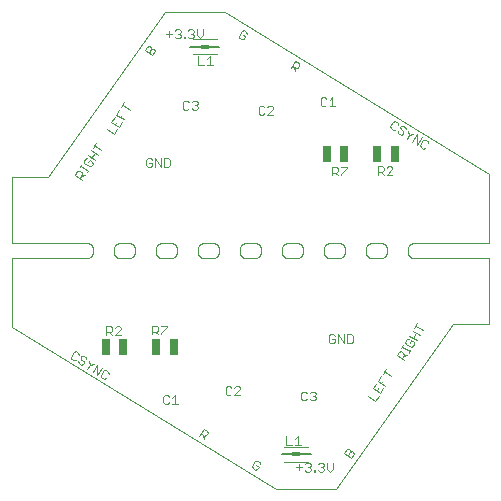
<source format=gto>
G75*
%MOIN*%
%OFA0B0*%
%FSLAX25Y25*%
%IPPOS*%
%LPD*%
%AMOC8*
5,1,8,0,0,1.08239X$1,22.5*
%
%ADD10C,0.00000*%
%ADD11C,0.00300*%
%ADD12R,0.02559X0.05512*%
%ADD13C,0.00500*%
%ADD14C,0.00276*%
%ADD15R,0.02756X0.01181*%
D10*
X0003000Y0056500D02*
X0003000Y0079500D01*
X0028000Y0079500D01*
X0028087Y0079502D01*
X0028174Y0079508D01*
X0028261Y0079517D01*
X0028347Y0079530D01*
X0028433Y0079547D01*
X0028518Y0079568D01*
X0028601Y0079593D01*
X0028684Y0079621D01*
X0028765Y0079652D01*
X0028845Y0079687D01*
X0028923Y0079726D01*
X0029000Y0079768D01*
X0029075Y0079813D01*
X0029147Y0079862D01*
X0029218Y0079913D01*
X0029286Y0079968D01*
X0029351Y0080025D01*
X0029414Y0080086D01*
X0029475Y0080149D01*
X0029532Y0080214D01*
X0029587Y0080282D01*
X0029638Y0080353D01*
X0029687Y0080425D01*
X0029732Y0080500D01*
X0029774Y0080577D01*
X0029813Y0080655D01*
X0029848Y0080735D01*
X0029879Y0080816D01*
X0029907Y0080899D01*
X0029932Y0080982D01*
X0029953Y0081067D01*
X0029970Y0081153D01*
X0029983Y0081239D01*
X0029992Y0081326D01*
X0029998Y0081413D01*
X0030000Y0081500D01*
X0030000Y0082500D01*
X0029998Y0082587D01*
X0029992Y0082674D01*
X0029983Y0082761D01*
X0029970Y0082847D01*
X0029953Y0082933D01*
X0029932Y0083018D01*
X0029907Y0083101D01*
X0029879Y0083184D01*
X0029848Y0083265D01*
X0029813Y0083345D01*
X0029774Y0083423D01*
X0029732Y0083500D01*
X0029687Y0083575D01*
X0029638Y0083647D01*
X0029587Y0083718D01*
X0029532Y0083786D01*
X0029475Y0083851D01*
X0029414Y0083914D01*
X0029351Y0083975D01*
X0029286Y0084032D01*
X0029218Y0084087D01*
X0029147Y0084138D01*
X0029075Y0084187D01*
X0029000Y0084232D01*
X0028923Y0084274D01*
X0028845Y0084313D01*
X0028765Y0084348D01*
X0028684Y0084379D01*
X0028601Y0084407D01*
X0028518Y0084432D01*
X0028433Y0084453D01*
X0028347Y0084470D01*
X0028261Y0084483D01*
X0028174Y0084492D01*
X0028087Y0084498D01*
X0028000Y0084500D01*
X0003000Y0084500D01*
X0003000Y0106500D01*
X0015000Y0106500D01*
X0054000Y0161500D01*
X0074000Y0161500D01*
X0162000Y0107500D01*
X0162000Y0084500D01*
X0137000Y0084500D01*
X0136913Y0084498D01*
X0136826Y0084492D01*
X0136739Y0084483D01*
X0136653Y0084470D01*
X0136567Y0084453D01*
X0136482Y0084432D01*
X0136399Y0084407D01*
X0136316Y0084379D01*
X0136235Y0084348D01*
X0136155Y0084313D01*
X0136077Y0084274D01*
X0136000Y0084232D01*
X0135925Y0084187D01*
X0135853Y0084138D01*
X0135782Y0084087D01*
X0135714Y0084032D01*
X0135649Y0083975D01*
X0135586Y0083914D01*
X0135525Y0083851D01*
X0135468Y0083786D01*
X0135413Y0083718D01*
X0135362Y0083647D01*
X0135313Y0083575D01*
X0135268Y0083500D01*
X0135226Y0083423D01*
X0135187Y0083345D01*
X0135152Y0083265D01*
X0135121Y0083184D01*
X0135093Y0083101D01*
X0135068Y0083018D01*
X0135047Y0082933D01*
X0135030Y0082847D01*
X0135017Y0082761D01*
X0135008Y0082674D01*
X0135002Y0082587D01*
X0135000Y0082500D01*
X0135000Y0081500D01*
X0135002Y0081413D01*
X0135008Y0081326D01*
X0135017Y0081239D01*
X0135030Y0081153D01*
X0135047Y0081067D01*
X0135068Y0080982D01*
X0135093Y0080899D01*
X0135121Y0080816D01*
X0135152Y0080735D01*
X0135187Y0080655D01*
X0135226Y0080577D01*
X0135268Y0080500D01*
X0135313Y0080425D01*
X0135362Y0080353D01*
X0135413Y0080282D01*
X0135468Y0080214D01*
X0135525Y0080149D01*
X0135586Y0080086D01*
X0135649Y0080025D01*
X0135714Y0079968D01*
X0135782Y0079913D01*
X0135853Y0079862D01*
X0135925Y0079813D01*
X0136000Y0079768D01*
X0136077Y0079726D01*
X0136155Y0079687D01*
X0136235Y0079652D01*
X0136316Y0079621D01*
X0136399Y0079593D01*
X0136482Y0079568D01*
X0136567Y0079547D01*
X0136653Y0079530D01*
X0136739Y0079517D01*
X0136826Y0079508D01*
X0136913Y0079502D01*
X0137000Y0079500D01*
X0162000Y0079500D01*
X0162000Y0057500D01*
X0150000Y0057500D01*
X0111000Y0002500D01*
X0091000Y0002500D01*
X0003000Y0056500D01*
X0037000Y0081500D02*
X0037000Y0082500D01*
X0037002Y0082587D01*
X0037008Y0082674D01*
X0037017Y0082761D01*
X0037030Y0082847D01*
X0037047Y0082933D01*
X0037068Y0083018D01*
X0037093Y0083101D01*
X0037121Y0083184D01*
X0037152Y0083265D01*
X0037187Y0083345D01*
X0037226Y0083423D01*
X0037268Y0083500D01*
X0037313Y0083575D01*
X0037362Y0083647D01*
X0037413Y0083718D01*
X0037468Y0083786D01*
X0037525Y0083851D01*
X0037586Y0083914D01*
X0037649Y0083975D01*
X0037714Y0084032D01*
X0037782Y0084087D01*
X0037853Y0084138D01*
X0037925Y0084187D01*
X0038000Y0084232D01*
X0038077Y0084274D01*
X0038155Y0084313D01*
X0038235Y0084348D01*
X0038316Y0084379D01*
X0038399Y0084407D01*
X0038482Y0084432D01*
X0038567Y0084453D01*
X0038653Y0084470D01*
X0038739Y0084483D01*
X0038826Y0084492D01*
X0038913Y0084498D01*
X0039000Y0084500D01*
X0042000Y0084500D01*
X0042087Y0084498D01*
X0042174Y0084492D01*
X0042261Y0084483D01*
X0042347Y0084470D01*
X0042433Y0084453D01*
X0042518Y0084432D01*
X0042601Y0084407D01*
X0042684Y0084379D01*
X0042765Y0084348D01*
X0042845Y0084313D01*
X0042923Y0084274D01*
X0043000Y0084232D01*
X0043075Y0084187D01*
X0043147Y0084138D01*
X0043218Y0084087D01*
X0043286Y0084032D01*
X0043351Y0083975D01*
X0043414Y0083914D01*
X0043475Y0083851D01*
X0043532Y0083786D01*
X0043587Y0083718D01*
X0043638Y0083647D01*
X0043687Y0083575D01*
X0043732Y0083500D01*
X0043774Y0083423D01*
X0043813Y0083345D01*
X0043848Y0083265D01*
X0043879Y0083184D01*
X0043907Y0083101D01*
X0043932Y0083018D01*
X0043953Y0082933D01*
X0043970Y0082847D01*
X0043983Y0082761D01*
X0043992Y0082674D01*
X0043998Y0082587D01*
X0044000Y0082500D01*
X0044000Y0081500D01*
X0043998Y0081413D01*
X0043992Y0081326D01*
X0043983Y0081239D01*
X0043970Y0081153D01*
X0043953Y0081067D01*
X0043932Y0080982D01*
X0043907Y0080899D01*
X0043879Y0080816D01*
X0043848Y0080735D01*
X0043813Y0080655D01*
X0043774Y0080577D01*
X0043732Y0080500D01*
X0043687Y0080425D01*
X0043638Y0080353D01*
X0043587Y0080282D01*
X0043532Y0080214D01*
X0043475Y0080149D01*
X0043414Y0080086D01*
X0043351Y0080025D01*
X0043286Y0079968D01*
X0043218Y0079913D01*
X0043147Y0079862D01*
X0043075Y0079813D01*
X0043000Y0079768D01*
X0042923Y0079726D01*
X0042845Y0079687D01*
X0042765Y0079652D01*
X0042684Y0079621D01*
X0042601Y0079593D01*
X0042518Y0079568D01*
X0042433Y0079547D01*
X0042347Y0079530D01*
X0042261Y0079517D01*
X0042174Y0079508D01*
X0042087Y0079502D01*
X0042000Y0079500D01*
X0039000Y0079500D01*
X0038913Y0079502D01*
X0038826Y0079508D01*
X0038739Y0079517D01*
X0038653Y0079530D01*
X0038567Y0079547D01*
X0038482Y0079568D01*
X0038399Y0079593D01*
X0038316Y0079621D01*
X0038235Y0079652D01*
X0038155Y0079687D01*
X0038077Y0079726D01*
X0038000Y0079768D01*
X0037925Y0079813D01*
X0037853Y0079862D01*
X0037782Y0079913D01*
X0037714Y0079968D01*
X0037649Y0080025D01*
X0037586Y0080086D01*
X0037525Y0080149D01*
X0037468Y0080214D01*
X0037413Y0080282D01*
X0037362Y0080353D01*
X0037313Y0080425D01*
X0037268Y0080500D01*
X0037226Y0080577D01*
X0037187Y0080655D01*
X0037152Y0080735D01*
X0037121Y0080816D01*
X0037093Y0080899D01*
X0037068Y0080982D01*
X0037047Y0081067D01*
X0037030Y0081153D01*
X0037017Y0081239D01*
X0037008Y0081326D01*
X0037002Y0081413D01*
X0037000Y0081500D01*
X0051000Y0081500D02*
X0051000Y0082500D01*
X0051002Y0082587D01*
X0051008Y0082674D01*
X0051017Y0082761D01*
X0051030Y0082847D01*
X0051047Y0082933D01*
X0051068Y0083018D01*
X0051093Y0083101D01*
X0051121Y0083184D01*
X0051152Y0083265D01*
X0051187Y0083345D01*
X0051226Y0083423D01*
X0051268Y0083500D01*
X0051313Y0083575D01*
X0051362Y0083647D01*
X0051413Y0083718D01*
X0051468Y0083786D01*
X0051525Y0083851D01*
X0051586Y0083914D01*
X0051649Y0083975D01*
X0051714Y0084032D01*
X0051782Y0084087D01*
X0051853Y0084138D01*
X0051925Y0084187D01*
X0052000Y0084232D01*
X0052077Y0084274D01*
X0052155Y0084313D01*
X0052235Y0084348D01*
X0052316Y0084379D01*
X0052399Y0084407D01*
X0052482Y0084432D01*
X0052567Y0084453D01*
X0052653Y0084470D01*
X0052739Y0084483D01*
X0052826Y0084492D01*
X0052913Y0084498D01*
X0053000Y0084500D01*
X0056000Y0084500D01*
X0056087Y0084498D01*
X0056174Y0084492D01*
X0056261Y0084483D01*
X0056347Y0084470D01*
X0056433Y0084453D01*
X0056518Y0084432D01*
X0056601Y0084407D01*
X0056684Y0084379D01*
X0056765Y0084348D01*
X0056845Y0084313D01*
X0056923Y0084274D01*
X0057000Y0084232D01*
X0057075Y0084187D01*
X0057147Y0084138D01*
X0057218Y0084087D01*
X0057286Y0084032D01*
X0057351Y0083975D01*
X0057414Y0083914D01*
X0057475Y0083851D01*
X0057532Y0083786D01*
X0057587Y0083718D01*
X0057638Y0083647D01*
X0057687Y0083575D01*
X0057732Y0083500D01*
X0057774Y0083423D01*
X0057813Y0083345D01*
X0057848Y0083265D01*
X0057879Y0083184D01*
X0057907Y0083101D01*
X0057932Y0083018D01*
X0057953Y0082933D01*
X0057970Y0082847D01*
X0057983Y0082761D01*
X0057992Y0082674D01*
X0057998Y0082587D01*
X0058000Y0082500D01*
X0058000Y0081500D01*
X0057998Y0081413D01*
X0057992Y0081326D01*
X0057983Y0081239D01*
X0057970Y0081153D01*
X0057953Y0081067D01*
X0057932Y0080982D01*
X0057907Y0080899D01*
X0057879Y0080816D01*
X0057848Y0080735D01*
X0057813Y0080655D01*
X0057774Y0080577D01*
X0057732Y0080500D01*
X0057687Y0080425D01*
X0057638Y0080353D01*
X0057587Y0080282D01*
X0057532Y0080214D01*
X0057475Y0080149D01*
X0057414Y0080086D01*
X0057351Y0080025D01*
X0057286Y0079968D01*
X0057218Y0079913D01*
X0057147Y0079862D01*
X0057075Y0079813D01*
X0057000Y0079768D01*
X0056923Y0079726D01*
X0056845Y0079687D01*
X0056765Y0079652D01*
X0056684Y0079621D01*
X0056601Y0079593D01*
X0056518Y0079568D01*
X0056433Y0079547D01*
X0056347Y0079530D01*
X0056261Y0079517D01*
X0056174Y0079508D01*
X0056087Y0079502D01*
X0056000Y0079500D01*
X0053000Y0079500D01*
X0052913Y0079502D01*
X0052826Y0079508D01*
X0052739Y0079517D01*
X0052653Y0079530D01*
X0052567Y0079547D01*
X0052482Y0079568D01*
X0052399Y0079593D01*
X0052316Y0079621D01*
X0052235Y0079652D01*
X0052155Y0079687D01*
X0052077Y0079726D01*
X0052000Y0079768D01*
X0051925Y0079813D01*
X0051853Y0079862D01*
X0051782Y0079913D01*
X0051714Y0079968D01*
X0051649Y0080025D01*
X0051586Y0080086D01*
X0051525Y0080149D01*
X0051468Y0080214D01*
X0051413Y0080282D01*
X0051362Y0080353D01*
X0051313Y0080425D01*
X0051268Y0080500D01*
X0051226Y0080577D01*
X0051187Y0080655D01*
X0051152Y0080735D01*
X0051121Y0080816D01*
X0051093Y0080899D01*
X0051068Y0080982D01*
X0051047Y0081067D01*
X0051030Y0081153D01*
X0051017Y0081239D01*
X0051008Y0081326D01*
X0051002Y0081413D01*
X0051000Y0081500D01*
X0065000Y0081500D02*
X0065000Y0082500D01*
X0065002Y0082587D01*
X0065008Y0082674D01*
X0065017Y0082761D01*
X0065030Y0082847D01*
X0065047Y0082933D01*
X0065068Y0083018D01*
X0065093Y0083101D01*
X0065121Y0083184D01*
X0065152Y0083265D01*
X0065187Y0083345D01*
X0065226Y0083423D01*
X0065268Y0083500D01*
X0065313Y0083575D01*
X0065362Y0083647D01*
X0065413Y0083718D01*
X0065468Y0083786D01*
X0065525Y0083851D01*
X0065586Y0083914D01*
X0065649Y0083975D01*
X0065714Y0084032D01*
X0065782Y0084087D01*
X0065853Y0084138D01*
X0065925Y0084187D01*
X0066000Y0084232D01*
X0066077Y0084274D01*
X0066155Y0084313D01*
X0066235Y0084348D01*
X0066316Y0084379D01*
X0066399Y0084407D01*
X0066482Y0084432D01*
X0066567Y0084453D01*
X0066653Y0084470D01*
X0066739Y0084483D01*
X0066826Y0084492D01*
X0066913Y0084498D01*
X0067000Y0084500D01*
X0070000Y0084500D01*
X0070087Y0084498D01*
X0070174Y0084492D01*
X0070261Y0084483D01*
X0070347Y0084470D01*
X0070433Y0084453D01*
X0070518Y0084432D01*
X0070601Y0084407D01*
X0070684Y0084379D01*
X0070765Y0084348D01*
X0070845Y0084313D01*
X0070923Y0084274D01*
X0071000Y0084232D01*
X0071075Y0084187D01*
X0071147Y0084138D01*
X0071218Y0084087D01*
X0071286Y0084032D01*
X0071351Y0083975D01*
X0071414Y0083914D01*
X0071475Y0083851D01*
X0071532Y0083786D01*
X0071587Y0083718D01*
X0071638Y0083647D01*
X0071687Y0083575D01*
X0071732Y0083500D01*
X0071774Y0083423D01*
X0071813Y0083345D01*
X0071848Y0083265D01*
X0071879Y0083184D01*
X0071907Y0083101D01*
X0071932Y0083018D01*
X0071953Y0082933D01*
X0071970Y0082847D01*
X0071983Y0082761D01*
X0071992Y0082674D01*
X0071998Y0082587D01*
X0072000Y0082500D01*
X0072000Y0081500D01*
X0071998Y0081413D01*
X0071992Y0081326D01*
X0071983Y0081239D01*
X0071970Y0081153D01*
X0071953Y0081067D01*
X0071932Y0080982D01*
X0071907Y0080899D01*
X0071879Y0080816D01*
X0071848Y0080735D01*
X0071813Y0080655D01*
X0071774Y0080577D01*
X0071732Y0080500D01*
X0071687Y0080425D01*
X0071638Y0080353D01*
X0071587Y0080282D01*
X0071532Y0080214D01*
X0071475Y0080149D01*
X0071414Y0080086D01*
X0071351Y0080025D01*
X0071286Y0079968D01*
X0071218Y0079913D01*
X0071147Y0079862D01*
X0071075Y0079813D01*
X0071000Y0079768D01*
X0070923Y0079726D01*
X0070845Y0079687D01*
X0070765Y0079652D01*
X0070684Y0079621D01*
X0070601Y0079593D01*
X0070518Y0079568D01*
X0070433Y0079547D01*
X0070347Y0079530D01*
X0070261Y0079517D01*
X0070174Y0079508D01*
X0070087Y0079502D01*
X0070000Y0079500D01*
X0067000Y0079500D01*
X0066913Y0079502D01*
X0066826Y0079508D01*
X0066739Y0079517D01*
X0066653Y0079530D01*
X0066567Y0079547D01*
X0066482Y0079568D01*
X0066399Y0079593D01*
X0066316Y0079621D01*
X0066235Y0079652D01*
X0066155Y0079687D01*
X0066077Y0079726D01*
X0066000Y0079768D01*
X0065925Y0079813D01*
X0065853Y0079862D01*
X0065782Y0079913D01*
X0065714Y0079968D01*
X0065649Y0080025D01*
X0065586Y0080086D01*
X0065525Y0080149D01*
X0065468Y0080214D01*
X0065413Y0080282D01*
X0065362Y0080353D01*
X0065313Y0080425D01*
X0065268Y0080500D01*
X0065226Y0080577D01*
X0065187Y0080655D01*
X0065152Y0080735D01*
X0065121Y0080816D01*
X0065093Y0080899D01*
X0065068Y0080982D01*
X0065047Y0081067D01*
X0065030Y0081153D01*
X0065017Y0081239D01*
X0065008Y0081326D01*
X0065002Y0081413D01*
X0065000Y0081500D01*
X0079000Y0081500D02*
X0079000Y0082500D01*
X0079002Y0082587D01*
X0079008Y0082674D01*
X0079017Y0082761D01*
X0079030Y0082847D01*
X0079047Y0082933D01*
X0079068Y0083018D01*
X0079093Y0083101D01*
X0079121Y0083184D01*
X0079152Y0083265D01*
X0079187Y0083345D01*
X0079226Y0083423D01*
X0079268Y0083500D01*
X0079313Y0083575D01*
X0079362Y0083647D01*
X0079413Y0083718D01*
X0079468Y0083786D01*
X0079525Y0083851D01*
X0079586Y0083914D01*
X0079649Y0083975D01*
X0079714Y0084032D01*
X0079782Y0084087D01*
X0079853Y0084138D01*
X0079925Y0084187D01*
X0080000Y0084232D01*
X0080077Y0084274D01*
X0080155Y0084313D01*
X0080235Y0084348D01*
X0080316Y0084379D01*
X0080399Y0084407D01*
X0080482Y0084432D01*
X0080567Y0084453D01*
X0080653Y0084470D01*
X0080739Y0084483D01*
X0080826Y0084492D01*
X0080913Y0084498D01*
X0081000Y0084500D01*
X0084000Y0084500D01*
X0084087Y0084498D01*
X0084174Y0084492D01*
X0084261Y0084483D01*
X0084347Y0084470D01*
X0084433Y0084453D01*
X0084518Y0084432D01*
X0084601Y0084407D01*
X0084684Y0084379D01*
X0084765Y0084348D01*
X0084845Y0084313D01*
X0084923Y0084274D01*
X0085000Y0084232D01*
X0085075Y0084187D01*
X0085147Y0084138D01*
X0085218Y0084087D01*
X0085286Y0084032D01*
X0085351Y0083975D01*
X0085414Y0083914D01*
X0085475Y0083851D01*
X0085532Y0083786D01*
X0085587Y0083718D01*
X0085638Y0083647D01*
X0085687Y0083575D01*
X0085732Y0083500D01*
X0085774Y0083423D01*
X0085813Y0083345D01*
X0085848Y0083265D01*
X0085879Y0083184D01*
X0085907Y0083101D01*
X0085932Y0083018D01*
X0085953Y0082933D01*
X0085970Y0082847D01*
X0085983Y0082761D01*
X0085992Y0082674D01*
X0085998Y0082587D01*
X0086000Y0082500D01*
X0086000Y0081500D01*
X0085998Y0081413D01*
X0085992Y0081326D01*
X0085983Y0081239D01*
X0085970Y0081153D01*
X0085953Y0081067D01*
X0085932Y0080982D01*
X0085907Y0080899D01*
X0085879Y0080816D01*
X0085848Y0080735D01*
X0085813Y0080655D01*
X0085774Y0080577D01*
X0085732Y0080500D01*
X0085687Y0080425D01*
X0085638Y0080353D01*
X0085587Y0080282D01*
X0085532Y0080214D01*
X0085475Y0080149D01*
X0085414Y0080086D01*
X0085351Y0080025D01*
X0085286Y0079968D01*
X0085218Y0079913D01*
X0085147Y0079862D01*
X0085075Y0079813D01*
X0085000Y0079768D01*
X0084923Y0079726D01*
X0084845Y0079687D01*
X0084765Y0079652D01*
X0084684Y0079621D01*
X0084601Y0079593D01*
X0084518Y0079568D01*
X0084433Y0079547D01*
X0084347Y0079530D01*
X0084261Y0079517D01*
X0084174Y0079508D01*
X0084087Y0079502D01*
X0084000Y0079500D01*
X0081000Y0079500D01*
X0080913Y0079502D01*
X0080826Y0079508D01*
X0080739Y0079517D01*
X0080653Y0079530D01*
X0080567Y0079547D01*
X0080482Y0079568D01*
X0080399Y0079593D01*
X0080316Y0079621D01*
X0080235Y0079652D01*
X0080155Y0079687D01*
X0080077Y0079726D01*
X0080000Y0079768D01*
X0079925Y0079813D01*
X0079853Y0079862D01*
X0079782Y0079913D01*
X0079714Y0079968D01*
X0079649Y0080025D01*
X0079586Y0080086D01*
X0079525Y0080149D01*
X0079468Y0080214D01*
X0079413Y0080282D01*
X0079362Y0080353D01*
X0079313Y0080425D01*
X0079268Y0080500D01*
X0079226Y0080577D01*
X0079187Y0080655D01*
X0079152Y0080735D01*
X0079121Y0080816D01*
X0079093Y0080899D01*
X0079068Y0080982D01*
X0079047Y0081067D01*
X0079030Y0081153D01*
X0079017Y0081239D01*
X0079008Y0081326D01*
X0079002Y0081413D01*
X0079000Y0081500D01*
X0093000Y0081500D02*
X0093000Y0082500D01*
X0093002Y0082587D01*
X0093008Y0082674D01*
X0093017Y0082761D01*
X0093030Y0082847D01*
X0093047Y0082933D01*
X0093068Y0083018D01*
X0093093Y0083101D01*
X0093121Y0083184D01*
X0093152Y0083265D01*
X0093187Y0083345D01*
X0093226Y0083423D01*
X0093268Y0083500D01*
X0093313Y0083575D01*
X0093362Y0083647D01*
X0093413Y0083718D01*
X0093468Y0083786D01*
X0093525Y0083851D01*
X0093586Y0083914D01*
X0093649Y0083975D01*
X0093714Y0084032D01*
X0093782Y0084087D01*
X0093853Y0084138D01*
X0093925Y0084187D01*
X0094000Y0084232D01*
X0094077Y0084274D01*
X0094155Y0084313D01*
X0094235Y0084348D01*
X0094316Y0084379D01*
X0094399Y0084407D01*
X0094482Y0084432D01*
X0094567Y0084453D01*
X0094653Y0084470D01*
X0094739Y0084483D01*
X0094826Y0084492D01*
X0094913Y0084498D01*
X0095000Y0084500D01*
X0098000Y0084500D01*
X0098087Y0084498D01*
X0098174Y0084492D01*
X0098261Y0084483D01*
X0098347Y0084470D01*
X0098433Y0084453D01*
X0098518Y0084432D01*
X0098601Y0084407D01*
X0098684Y0084379D01*
X0098765Y0084348D01*
X0098845Y0084313D01*
X0098923Y0084274D01*
X0099000Y0084232D01*
X0099075Y0084187D01*
X0099147Y0084138D01*
X0099218Y0084087D01*
X0099286Y0084032D01*
X0099351Y0083975D01*
X0099414Y0083914D01*
X0099475Y0083851D01*
X0099532Y0083786D01*
X0099587Y0083718D01*
X0099638Y0083647D01*
X0099687Y0083575D01*
X0099732Y0083500D01*
X0099774Y0083423D01*
X0099813Y0083345D01*
X0099848Y0083265D01*
X0099879Y0083184D01*
X0099907Y0083101D01*
X0099932Y0083018D01*
X0099953Y0082933D01*
X0099970Y0082847D01*
X0099983Y0082761D01*
X0099992Y0082674D01*
X0099998Y0082587D01*
X0100000Y0082500D01*
X0100000Y0081500D01*
X0099998Y0081413D01*
X0099992Y0081326D01*
X0099983Y0081239D01*
X0099970Y0081153D01*
X0099953Y0081067D01*
X0099932Y0080982D01*
X0099907Y0080899D01*
X0099879Y0080816D01*
X0099848Y0080735D01*
X0099813Y0080655D01*
X0099774Y0080577D01*
X0099732Y0080500D01*
X0099687Y0080425D01*
X0099638Y0080353D01*
X0099587Y0080282D01*
X0099532Y0080214D01*
X0099475Y0080149D01*
X0099414Y0080086D01*
X0099351Y0080025D01*
X0099286Y0079968D01*
X0099218Y0079913D01*
X0099147Y0079862D01*
X0099075Y0079813D01*
X0099000Y0079768D01*
X0098923Y0079726D01*
X0098845Y0079687D01*
X0098765Y0079652D01*
X0098684Y0079621D01*
X0098601Y0079593D01*
X0098518Y0079568D01*
X0098433Y0079547D01*
X0098347Y0079530D01*
X0098261Y0079517D01*
X0098174Y0079508D01*
X0098087Y0079502D01*
X0098000Y0079500D01*
X0095000Y0079500D01*
X0094913Y0079502D01*
X0094826Y0079508D01*
X0094739Y0079517D01*
X0094653Y0079530D01*
X0094567Y0079547D01*
X0094482Y0079568D01*
X0094399Y0079593D01*
X0094316Y0079621D01*
X0094235Y0079652D01*
X0094155Y0079687D01*
X0094077Y0079726D01*
X0094000Y0079768D01*
X0093925Y0079813D01*
X0093853Y0079862D01*
X0093782Y0079913D01*
X0093714Y0079968D01*
X0093649Y0080025D01*
X0093586Y0080086D01*
X0093525Y0080149D01*
X0093468Y0080214D01*
X0093413Y0080282D01*
X0093362Y0080353D01*
X0093313Y0080425D01*
X0093268Y0080500D01*
X0093226Y0080577D01*
X0093187Y0080655D01*
X0093152Y0080735D01*
X0093121Y0080816D01*
X0093093Y0080899D01*
X0093068Y0080982D01*
X0093047Y0081067D01*
X0093030Y0081153D01*
X0093017Y0081239D01*
X0093008Y0081326D01*
X0093002Y0081413D01*
X0093000Y0081500D01*
X0107000Y0081500D02*
X0107000Y0082500D01*
X0107002Y0082587D01*
X0107008Y0082674D01*
X0107017Y0082761D01*
X0107030Y0082847D01*
X0107047Y0082933D01*
X0107068Y0083018D01*
X0107093Y0083101D01*
X0107121Y0083184D01*
X0107152Y0083265D01*
X0107187Y0083345D01*
X0107226Y0083423D01*
X0107268Y0083500D01*
X0107313Y0083575D01*
X0107362Y0083647D01*
X0107413Y0083718D01*
X0107468Y0083786D01*
X0107525Y0083851D01*
X0107586Y0083914D01*
X0107649Y0083975D01*
X0107714Y0084032D01*
X0107782Y0084087D01*
X0107853Y0084138D01*
X0107925Y0084187D01*
X0108000Y0084232D01*
X0108077Y0084274D01*
X0108155Y0084313D01*
X0108235Y0084348D01*
X0108316Y0084379D01*
X0108399Y0084407D01*
X0108482Y0084432D01*
X0108567Y0084453D01*
X0108653Y0084470D01*
X0108739Y0084483D01*
X0108826Y0084492D01*
X0108913Y0084498D01*
X0109000Y0084500D01*
X0112000Y0084500D01*
X0112087Y0084498D01*
X0112174Y0084492D01*
X0112261Y0084483D01*
X0112347Y0084470D01*
X0112433Y0084453D01*
X0112518Y0084432D01*
X0112601Y0084407D01*
X0112684Y0084379D01*
X0112765Y0084348D01*
X0112845Y0084313D01*
X0112923Y0084274D01*
X0113000Y0084232D01*
X0113075Y0084187D01*
X0113147Y0084138D01*
X0113218Y0084087D01*
X0113286Y0084032D01*
X0113351Y0083975D01*
X0113414Y0083914D01*
X0113475Y0083851D01*
X0113532Y0083786D01*
X0113587Y0083718D01*
X0113638Y0083647D01*
X0113687Y0083575D01*
X0113732Y0083500D01*
X0113774Y0083423D01*
X0113813Y0083345D01*
X0113848Y0083265D01*
X0113879Y0083184D01*
X0113907Y0083101D01*
X0113932Y0083018D01*
X0113953Y0082933D01*
X0113970Y0082847D01*
X0113983Y0082761D01*
X0113992Y0082674D01*
X0113998Y0082587D01*
X0114000Y0082500D01*
X0114000Y0081500D01*
X0113998Y0081413D01*
X0113992Y0081326D01*
X0113983Y0081239D01*
X0113970Y0081153D01*
X0113953Y0081067D01*
X0113932Y0080982D01*
X0113907Y0080899D01*
X0113879Y0080816D01*
X0113848Y0080735D01*
X0113813Y0080655D01*
X0113774Y0080577D01*
X0113732Y0080500D01*
X0113687Y0080425D01*
X0113638Y0080353D01*
X0113587Y0080282D01*
X0113532Y0080214D01*
X0113475Y0080149D01*
X0113414Y0080086D01*
X0113351Y0080025D01*
X0113286Y0079968D01*
X0113218Y0079913D01*
X0113147Y0079862D01*
X0113075Y0079813D01*
X0113000Y0079768D01*
X0112923Y0079726D01*
X0112845Y0079687D01*
X0112765Y0079652D01*
X0112684Y0079621D01*
X0112601Y0079593D01*
X0112518Y0079568D01*
X0112433Y0079547D01*
X0112347Y0079530D01*
X0112261Y0079517D01*
X0112174Y0079508D01*
X0112087Y0079502D01*
X0112000Y0079500D01*
X0109000Y0079500D01*
X0108913Y0079502D01*
X0108826Y0079508D01*
X0108739Y0079517D01*
X0108653Y0079530D01*
X0108567Y0079547D01*
X0108482Y0079568D01*
X0108399Y0079593D01*
X0108316Y0079621D01*
X0108235Y0079652D01*
X0108155Y0079687D01*
X0108077Y0079726D01*
X0108000Y0079768D01*
X0107925Y0079813D01*
X0107853Y0079862D01*
X0107782Y0079913D01*
X0107714Y0079968D01*
X0107649Y0080025D01*
X0107586Y0080086D01*
X0107525Y0080149D01*
X0107468Y0080214D01*
X0107413Y0080282D01*
X0107362Y0080353D01*
X0107313Y0080425D01*
X0107268Y0080500D01*
X0107226Y0080577D01*
X0107187Y0080655D01*
X0107152Y0080735D01*
X0107121Y0080816D01*
X0107093Y0080899D01*
X0107068Y0080982D01*
X0107047Y0081067D01*
X0107030Y0081153D01*
X0107017Y0081239D01*
X0107008Y0081326D01*
X0107002Y0081413D01*
X0107000Y0081500D01*
X0121000Y0081500D02*
X0121000Y0082500D01*
X0121002Y0082587D01*
X0121008Y0082674D01*
X0121017Y0082761D01*
X0121030Y0082847D01*
X0121047Y0082933D01*
X0121068Y0083018D01*
X0121093Y0083101D01*
X0121121Y0083184D01*
X0121152Y0083265D01*
X0121187Y0083345D01*
X0121226Y0083423D01*
X0121268Y0083500D01*
X0121313Y0083575D01*
X0121362Y0083647D01*
X0121413Y0083718D01*
X0121468Y0083786D01*
X0121525Y0083851D01*
X0121586Y0083914D01*
X0121649Y0083975D01*
X0121714Y0084032D01*
X0121782Y0084087D01*
X0121853Y0084138D01*
X0121925Y0084187D01*
X0122000Y0084232D01*
X0122077Y0084274D01*
X0122155Y0084313D01*
X0122235Y0084348D01*
X0122316Y0084379D01*
X0122399Y0084407D01*
X0122482Y0084432D01*
X0122567Y0084453D01*
X0122653Y0084470D01*
X0122739Y0084483D01*
X0122826Y0084492D01*
X0122913Y0084498D01*
X0123000Y0084500D01*
X0126000Y0084500D01*
X0126087Y0084498D01*
X0126174Y0084492D01*
X0126261Y0084483D01*
X0126347Y0084470D01*
X0126433Y0084453D01*
X0126518Y0084432D01*
X0126601Y0084407D01*
X0126684Y0084379D01*
X0126765Y0084348D01*
X0126845Y0084313D01*
X0126923Y0084274D01*
X0127000Y0084232D01*
X0127075Y0084187D01*
X0127147Y0084138D01*
X0127218Y0084087D01*
X0127286Y0084032D01*
X0127351Y0083975D01*
X0127414Y0083914D01*
X0127475Y0083851D01*
X0127532Y0083786D01*
X0127587Y0083718D01*
X0127638Y0083647D01*
X0127687Y0083575D01*
X0127732Y0083500D01*
X0127774Y0083423D01*
X0127813Y0083345D01*
X0127848Y0083265D01*
X0127879Y0083184D01*
X0127907Y0083101D01*
X0127932Y0083018D01*
X0127953Y0082933D01*
X0127970Y0082847D01*
X0127983Y0082761D01*
X0127992Y0082674D01*
X0127998Y0082587D01*
X0128000Y0082500D01*
X0128000Y0081500D01*
X0127998Y0081413D01*
X0127992Y0081326D01*
X0127983Y0081239D01*
X0127970Y0081153D01*
X0127953Y0081067D01*
X0127932Y0080982D01*
X0127907Y0080899D01*
X0127879Y0080816D01*
X0127848Y0080735D01*
X0127813Y0080655D01*
X0127774Y0080577D01*
X0127732Y0080500D01*
X0127687Y0080425D01*
X0127638Y0080353D01*
X0127587Y0080282D01*
X0127532Y0080214D01*
X0127475Y0080149D01*
X0127414Y0080086D01*
X0127351Y0080025D01*
X0127286Y0079968D01*
X0127218Y0079913D01*
X0127147Y0079862D01*
X0127075Y0079813D01*
X0127000Y0079768D01*
X0126923Y0079726D01*
X0126845Y0079687D01*
X0126765Y0079652D01*
X0126684Y0079621D01*
X0126601Y0079593D01*
X0126518Y0079568D01*
X0126433Y0079547D01*
X0126347Y0079530D01*
X0126261Y0079517D01*
X0126174Y0079508D01*
X0126087Y0079502D01*
X0126000Y0079500D01*
X0123000Y0079500D01*
X0122913Y0079502D01*
X0122826Y0079508D01*
X0122739Y0079517D01*
X0122653Y0079530D01*
X0122567Y0079547D01*
X0122482Y0079568D01*
X0122399Y0079593D01*
X0122316Y0079621D01*
X0122235Y0079652D01*
X0122155Y0079687D01*
X0122077Y0079726D01*
X0122000Y0079768D01*
X0121925Y0079813D01*
X0121853Y0079862D01*
X0121782Y0079913D01*
X0121714Y0079968D01*
X0121649Y0080025D01*
X0121586Y0080086D01*
X0121525Y0080149D01*
X0121468Y0080214D01*
X0121413Y0080282D01*
X0121362Y0080353D01*
X0121313Y0080425D01*
X0121268Y0080500D01*
X0121226Y0080577D01*
X0121187Y0080655D01*
X0121152Y0080735D01*
X0121121Y0080816D01*
X0121093Y0080899D01*
X0121068Y0080982D01*
X0121047Y0081067D01*
X0121030Y0081153D01*
X0121017Y0081239D01*
X0121008Y0081326D01*
X0121002Y0081413D01*
X0121000Y0081500D01*
D11*
X0033038Y0042978D02*
X0031500Y0040516D01*
X0031397Y0044003D01*
X0029859Y0041542D01*
X0028181Y0042590D02*
X0028950Y0043821D01*
X0030283Y0044129D01*
X0030539Y0044539D01*
X0028950Y0043821D02*
X0028642Y0045154D01*
X0028898Y0045564D01*
X0027784Y0045690D02*
X0027630Y0046357D01*
X0026810Y0046869D01*
X0026143Y0046716D01*
X0025887Y0046305D01*
X0026041Y0045639D01*
X0026861Y0045126D01*
X0027015Y0044459D01*
X0026759Y0044049D01*
X0026092Y0043895D01*
X0025272Y0044408D01*
X0025118Y0045075D01*
X0024260Y0045611D02*
X0023593Y0045457D01*
X0022773Y0045969D01*
X0022619Y0046636D01*
X0023644Y0048277D01*
X0024311Y0048431D01*
X0025131Y0047918D01*
X0025285Y0047252D01*
X0033640Y0042031D02*
X0032614Y0040390D01*
X0032768Y0039724D01*
X0033589Y0039211D01*
X0034255Y0039365D01*
X0035280Y0041006D02*
X0035127Y0041673D01*
X0034306Y0042185D01*
X0033640Y0042031D01*
X0034450Y0053850D02*
X0034450Y0056752D01*
X0035901Y0056752D01*
X0036385Y0056269D01*
X0036385Y0055301D01*
X0035901Y0054817D01*
X0034450Y0054817D01*
X0035417Y0054817D02*
X0036385Y0053850D01*
X0037397Y0053850D02*
X0039331Y0055785D01*
X0039331Y0056269D01*
X0038848Y0056752D01*
X0037880Y0056752D01*
X0037397Y0056269D01*
X0037397Y0053850D02*
X0039331Y0053850D01*
X0049750Y0054050D02*
X0049750Y0056952D01*
X0051201Y0056952D01*
X0051685Y0056469D01*
X0051685Y0055501D01*
X0051201Y0055017D01*
X0049750Y0055017D01*
X0050717Y0055017D02*
X0051685Y0054050D01*
X0052697Y0054050D02*
X0052697Y0054534D01*
X0054631Y0056469D01*
X0054631Y0056952D01*
X0052697Y0056952D01*
X0074194Y0036224D02*
X0074194Y0034289D01*
X0074678Y0033805D01*
X0075645Y0033805D01*
X0076129Y0034289D01*
X0077140Y0033805D02*
X0079075Y0035740D01*
X0079075Y0036224D01*
X0078592Y0036708D01*
X0077624Y0036708D01*
X0077140Y0036224D01*
X0076129Y0036224D02*
X0075645Y0036708D01*
X0074678Y0036708D01*
X0074194Y0036224D01*
X0077140Y0033805D02*
X0079075Y0033805D01*
X0068131Y0021918D02*
X0068285Y0021252D01*
X0067773Y0020431D01*
X0067106Y0020277D01*
X0065875Y0021046D01*
X0065363Y0020226D02*
X0066901Y0022687D01*
X0068131Y0021918D01*
X0066696Y0020534D02*
X0067004Y0019200D01*
X0058375Y0030905D02*
X0056440Y0030905D01*
X0057408Y0030905D02*
X0057408Y0033808D01*
X0056440Y0032840D01*
X0055429Y0033324D02*
X0054945Y0033808D01*
X0053978Y0033808D01*
X0053494Y0033324D01*
X0053494Y0031389D01*
X0053978Y0030905D01*
X0054945Y0030905D01*
X0055429Y0031389D01*
X0084144Y0011777D02*
X0083119Y0010136D01*
X0083273Y0009469D01*
X0084093Y0008957D01*
X0084760Y0009111D01*
X0085273Y0009931D01*
X0084452Y0010444D01*
X0084144Y0011777D02*
X0084811Y0011931D01*
X0085631Y0011418D01*
X0085785Y0010752D01*
X0094357Y0017300D02*
X0094357Y0020202D01*
X0094357Y0017300D02*
X0096292Y0017300D01*
X0097303Y0017300D02*
X0099238Y0017300D01*
X0098271Y0017300D02*
X0098271Y0020202D01*
X0097303Y0019235D01*
X0098669Y0010718D02*
X0098669Y0008783D01*
X0097701Y0009751D02*
X0099636Y0009751D01*
X0100648Y0010718D02*
X0101131Y0011202D01*
X0102099Y0011202D01*
X0102583Y0010718D01*
X0102583Y0010235D01*
X0102099Y0009751D01*
X0102583Y0009267D01*
X0102583Y0008783D01*
X0102099Y0008300D01*
X0101131Y0008300D01*
X0100648Y0008783D01*
X0101615Y0009751D02*
X0102099Y0009751D01*
X0103594Y0008783D02*
X0104078Y0008783D01*
X0104078Y0008300D01*
X0103594Y0008300D01*
X0103594Y0008783D01*
X0105067Y0008783D02*
X0105551Y0008300D01*
X0106519Y0008300D01*
X0107002Y0008783D01*
X0107002Y0009267D01*
X0106519Y0009751D01*
X0106035Y0009751D01*
X0106519Y0009751D02*
X0107002Y0010235D01*
X0107002Y0010718D01*
X0106519Y0011202D01*
X0105551Y0011202D01*
X0105067Y0010718D01*
X0108014Y0011202D02*
X0108014Y0009267D01*
X0108981Y0008300D01*
X0109949Y0009267D01*
X0109949Y0011202D01*
X0113734Y0014579D02*
X0114524Y0015796D01*
X0115194Y0015939D01*
X0115599Y0015675D01*
X0115741Y0015006D01*
X0114951Y0013789D01*
X0113734Y0014579D02*
X0116168Y0012998D01*
X0116959Y0014216D01*
X0116816Y0014885D01*
X0116411Y0015148D01*
X0115741Y0015006D01*
X0124168Y0031998D02*
X0125222Y0033621D01*
X0125773Y0034470D02*
X0126827Y0036092D01*
X0127378Y0036941D02*
X0124944Y0038522D01*
X0125997Y0040144D01*
X0126548Y0040993D02*
X0127602Y0042616D01*
X0127075Y0041804D02*
X0129509Y0040223D01*
X0126688Y0038543D02*
X0126161Y0037731D01*
X0124393Y0037673D02*
X0123339Y0036050D01*
X0125773Y0034470D01*
X0124556Y0035260D02*
X0125083Y0036071D01*
X0121734Y0033579D02*
X0124168Y0031998D01*
X0133668Y0045498D02*
X0131234Y0047079D01*
X0132024Y0048296D01*
X0132694Y0048439D01*
X0133505Y0047912D01*
X0133647Y0047243D01*
X0132857Y0046025D01*
X0133384Y0046837D02*
X0134722Y0047121D01*
X0135273Y0047970D02*
X0135800Y0048781D01*
X0135536Y0048375D02*
X0133102Y0049956D01*
X0132839Y0049550D02*
X0133366Y0050362D01*
X0134314Y0050934D02*
X0135937Y0049881D01*
X0136606Y0050023D01*
X0137133Y0050834D01*
X0136991Y0051503D01*
X0136180Y0052030D01*
X0135653Y0051219D01*
X0135368Y0052557D02*
X0134699Y0052415D01*
X0134172Y0051604D01*
X0134314Y0050934D01*
X0135513Y0053669D02*
X0137948Y0052088D01*
X0136731Y0052879D02*
X0137784Y0054501D01*
X0139001Y0053711D02*
X0136567Y0055292D01*
X0137118Y0056140D02*
X0138172Y0057763D01*
X0137645Y0056952D02*
X0140079Y0055371D01*
X0116529Y0053618D02*
X0116529Y0051683D01*
X0116045Y0051200D01*
X0114594Y0051200D01*
X0114594Y0054102D01*
X0116045Y0054102D01*
X0116529Y0053618D01*
X0113583Y0054102D02*
X0113583Y0051200D01*
X0111648Y0054102D01*
X0111648Y0051200D01*
X0110636Y0051683D02*
X0110636Y0052651D01*
X0109669Y0052651D01*
X0110636Y0053618D02*
X0110152Y0054102D01*
X0109185Y0054102D01*
X0108701Y0053618D01*
X0108701Y0051683D01*
X0109185Y0051200D01*
X0110152Y0051200D01*
X0110636Y0051683D01*
X0103792Y0035008D02*
X0102824Y0035008D01*
X0102340Y0034524D01*
X0101329Y0034524D02*
X0100845Y0035008D01*
X0099878Y0035008D01*
X0099394Y0034524D01*
X0099394Y0032589D01*
X0099878Y0032105D01*
X0100845Y0032105D01*
X0101329Y0032589D01*
X0102340Y0032589D02*
X0102824Y0032105D01*
X0103792Y0032105D01*
X0104275Y0032589D01*
X0104275Y0033073D01*
X0103792Y0033556D01*
X0103308Y0033556D01*
X0103792Y0033556D02*
X0104275Y0034040D01*
X0104275Y0034524D01*
X0103792Y0035008D01*
X0109657Y0107050D02*
X0109657Y0109952D01*
X0111108Y0109952D01*
X0111592Y0109469D01*
X0111592Y0108501D01*
X0111108Y0108017D01*
X0109657Y0108017D01*
X0110624Y0108017D02*
X0111592Y0107050D01*
X0112603Y0107050D02*
X0112603Y0107534D01*
X0114538Y0109469D01*
X0114538Y0109952D01*
X0112603Y0109952D01*
X0124957Y0110152D02*
X0124957Y0107250D01*
X0124957Y0108217D02*
X0126408Y0108217D01*
X0126892Y0108701D01*
X0126892Y0109669D01*
X0126408Y0110152D01*
X0124957Y0110152D01*
X0125924Y0108217D02*
X0126892Y0107250D01*
X0127903Y0107250D02*
X0129838Y0109185D01*
X0129838Y0109669D01*
X0129355Y0110152D01*
X0128387Y0110152D01*
X0127903Y0109669D01*
X0127903Y0107250D02*
X0129838Y0107250D01*
X0137998Y0117253D02*
X0139536Y0119715D01*
X0140138Y0118768D02*
X0139112Y0117127D01*
X0139266Y0116461D01*
X0140087Y0115948D01*
X0140753Y0116102D01*
X0141779Y0117743D02*
X0141625Y0118410D01*
X0140804Y0118922D01*
X0140138Y0118768D01*
X0137998Y0117253D02*
X0137895Y0120740D01*
X0136357Y0118279D01*
X0134679Y0119327D02*
X0135448Y0120558D01*
X0136781Y0120866D01*
X0137038Y0121276D01*
X0135448Y0120558D02*
X0135140Y0121891D01*
X0135397Y0122302D01*
X0134282Y0122427D02*
X0134129Y0123094D01*
X0133308Y0123607D01*
X0132641Y0123453D01*
X0132385Y0123042D01*
X0132539Y0122376D01*
X0133360Y0121863D01*
X0133513Y0121197D01*
X0133257Y0120786D01*
X0132590Y0120632D01*
X0131770Y0121145D01*
X0131616Y0121812D01*
X0130758Y0122348D02*
X0130092Y0122194D01*
X0129271Y0122707D01*
X0129117Y0123373D01*
X0130143Y0125014D01*
X0130809Y0125168D01*
X0131630Y0124655D01*
X0131784Y0123989D01*
X0110795Y0130195D02*
X0108860Y0130195D01*
X0109827Y0130195D02*
X0109827Y0133097D01*
X0108860Y0132130D01*
X0107848Y0132614D02*
X0107364Y0133097D01*
X0106397Y0133097D01*
X0105913Y0132614D01*
X0105913Y0130679D01*
X0106397Y0130195D01*
X0107364Y0130195D01*
X0107848Y0130679D01*
X0097497Y0141692D02*
X0097189Y0143025D01*
X0097600Y0142769D02*
X0098266Y0142923D01*
X0098779Y0143743D01*
X0098625Y0144410D01*
X0097394Y0145179D01*
X0095856Y0142717D01*
X0096369Y0143538D02*
X0097600Y0142769D01*
X0089611Y0130197D02*
X0088643Y0130197D01*
X0088160Y0129714D01*
X0087148Y0129714D02*
X0086664Y0130197D01*
X0085697Y0130197D01*
X0085213Y0129714D01*
X0085213Y0127779D01*
X0085697Y0127295D01*
X0086664Y0127295D01*
X0087148Y0127779D01*
X0088160Y0127295D02*
X0090095Y0129230D01*
X0090095Y0129714D01*
X0089611Y0130197D01*
X0090095Y0127295D02*
X0088160Y0127295D01*
X0069931Y0143800D02*
X0067997Y0143800D01*
X0068964Y0143800D02*
X0068964Y0146702D01*
X0067997Y0145735D01*
X0066985Y0143800D02*
X0065050Y0143800D01*
X0065050Y0146702D01*
X0065620Y0152800D02*
X0066587Y0153768D01*
X0066587Y0155703D01*
X0064652Y0155703D02*
X0064652Y0153768D01*
X0065620Y0152800D01*
X0063641Y0153284D02*
X0063157Y0152800D01*
X0062189Y0152800D01*
X0061706Y0153284D01*
X0060716Y0153284D02*
X0060716Y0152800D01*
X0060233Y0152800D01*
X0060233Y0153284D01*
X0060716Y0153284D01*
X0059221Y0153284D02*
X0058737Y0152800D01*
X0057770Y0152800D01*
X0057286Y0153284D01*
X0058253Y0154252D02*
X0058737Y0154252D01*
X0059221Y0153768D01*
X0059221Y0153284D01*
X0058737Y0154252D02*
X0059221Y0154735D01*
X0059221Y0155219D01*
X0058737Y0155703D01*
X0057770Y0155703D01*
X0057286Y0155219D01*
X0056274Y0154252D02*
X0054339Y0154252D01*
X0055307Y0155219D02*
X0055307Y0153284D01*
X0050471Y0149089D02*
X0050613Y0148420D01*
X0049823Y0147202D01*
X0047388Y0148783D01*
X0048179Y0150000D01*
X0048848Y0150143D01*
X0049254Y0149879D01*
X0049396Y0149210D01*
X0048605Y0147993D01*
X0049396Y0149210D02*
X0050065Y0149352D01*
X0050471Y0149089D01*
X0061706Y0155219D02*
X0062189Y0155703D01*
X0063157Y0155703D01*
X0063641Y0155219D01*
X0063641Y0154735D01*
X0063157Y0154252D01*
X0063641Y0153768D01*
X0063641Y0153284D01*
X0063157Y0154252D02*
X0062673Y0154252D01*
X0078612Y0153627D02*
X0078766Y0152961D01*
X0079587Y0152448D01*
X0080253Y0152602D01*
X0080766Y0153423D01*
X0079946Y0153935D01*
X0081279Y0154243D02*
X0081125Y0154910D01*
X0080304Y0155422D01*
X0079638Y0155268D01*
X0078612Y0153627D01*
X0064411Y0131897D02*
X0063443Y0131897D01*
X0062960Y0131414D01*
X0061948Y0131414D02*
X0061464Y0131897D01*
X0060497Y0131897D01*
X0060013Y0131414D01*
X0060013Y0129479D01*
X0060497Y0128995D01*
X0061464Y0128995D01*
X0061948Y0129479D01*
X0062960Y0129479D02*
X0063443Y0128995D01*
X0064411Y0128995D01*
X0064895Y0129479D01*
X0064895Y0129962D01*
X0064411Y0130446D01*
X0063927Y0130446D01*
X0064411Y0130446D02*
X0064895Y0130930D01*
X0064895Y0131414D01*
X0064411Y0131897D01*
X0055104Y0112803D02*
X0053652Y0112803D01*
X0053652Y0109900D01*
X0055104Y0109900D01*
X0055587Y0110384D01*
X0055587Y0112319D01*
X0055104Y0112803D01*
X0052641Y0112803D02*
X0052641Y0109900D01*
X0050706Y0112803D01*
X0050706Y0109900D01*
X0049694Y0110384D02*
X0049694Y0111352D01*
X0048727Y0111352D01*
X0049694Y0112319D02*
X0049210Y0112803D01*
X0048243Y0112803D01*
X0047759Y0112319D01*
X0047759Y0110384D01*
X0048243Y0109900D01*
X0049210Y0109900D01*
X0049694Y0110384D01*
X0037008Y0120789D02*
X0038062Y0122412D01*
X0038613Y0123260D02*
X0039667Y0124883D01*
X0040218Y0125731D02*
X0037784Y0127312D01*
X0038837Y0128935D01*
X0039388Y0129783D02*
X0040442Y0131406D01*
X0039915Y0130595D02*
X0042349Y0129014D01*
X0039528Y0127333D02*
X0039001Y0126522D01*
X0037233Y0126464D02*
X0036179Y0124841D01*
X0038613Y0123260D01*
X0037396Y0124051D02*
X0037923Y0124862D01*
X0034574Y0122370D02*
X0037008Y0120789D01*
X0030942Y0117906D02*
X0029888Y0116283D01*
X0030415Y0117095D02*
X0032849Y0115514D01*
X0031772Y0113854D02*
X0029337Y0115435D01*
X0030554Y0114645D02*
X0029501Y0113022D01*
X0028950Y0112173D02*
X0028423Y0111362D01*
X0028950Y0112173D02*
X0029761Y0111646D01*
X0029903Y0110977D01*
X0029376Y0110166D01*
X0028707Y0110024D01*
X0027084Y0111077D01*
X0026942Y0111747D01*
X0027469Y0112558D01*
X0028138Y0112700D01*
X0028284Y0113812D02*
X0030718Y0112231D01*
X0028570Y0108924D02*
X0028043Y0108113D01*
X0028307Y0108518D02*
X0025872Y0110099D01*
X0025609Y0109694D02*
X0026136Y0110505D01*
X0025464Y0108582D02*
X0026275Y0108055D01*
X0026417Y0107386D01*
X0025627Y0106168D01*
X0026438Y0105642D02*
X0024004Y0107222D01*
X0024794Y0108439D01*
X0025464Y0108582D01*
X0026154Y0106980D02*
X0027492Y0107264D01*
D12*
X0034380Y0049706D03*
X0040180Y0049706D03*
X0051180Y0049706D03*
X0056980Y0049706D03*
X0108020Y0114294D03*
X0113820Y0114294D03*
X0124820Y0114294D03*
X0130620Y0114294D03*
D13*
X0072124Y0149900D02*
X0062282Y0149900D01*
X0092876Y0014100D02*
X0102718Y0014100D01*
D14*
X0101537Y0016561D02*
X0093663Y0016561D01*
X0093663Y0011639D02*
X0101537Y0011639D01*
X0071337Y0147439D02*
X0063463Y0147439D01*
X0063463Y0152361D02*
X0071337Y0152361D01*
D15*
X0067400Y0149900D03*
X0097600Y0014100D03*
M02*

</source>
